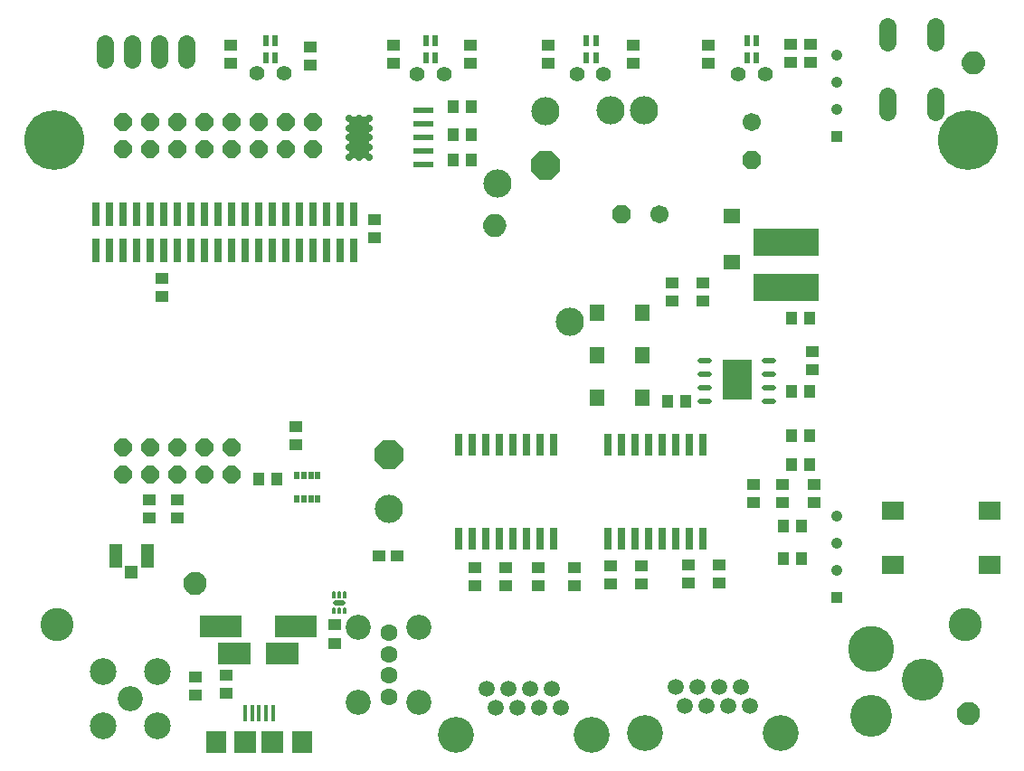
<source format=gts>
G75*
%MOIN*%
%OFA0B0*%
%FSLAX24Y24*%
%IPPOS*%
%LPD*%
%AMOC8*
5,1,8,0,0,1.08239X$1,22.5*
%
%ADD10C,0.1221*%
%ADD11C,0.2205*%
%ADD12R,0.0473X0.0434*%
%ADD13R,0.0749X0.0197*%
%ADD14R,0.0749X0.1540*%
%ADD15C,0.0280*%
%ADD16R,0.0434X0.0473*%
%ADD17R,0.0178X0.0591*%
%ADD18R,0.0749X0.0788*%
%ADD19R,0.0788X0.0788*%
%ADD20C,0.1040*%
%ADD21OC8,0.1040*%
%ADD22R,0.0296X0.0873*%
%ADD23C,0.1700*%
%ADD24C,0.1542*%
%ADD25C,0.0670*%
%ADD26OC8,0.0670*%
%ADD27R,0.0619X0.0540*%
%ADD28R,0.0540X0.0619*%
%ADD29R,0.0788X0.0709*%
%ADD30C,0.0631*%
%ADD31C,0.0926*%
%ADD32C,0.0059*%
%ADD33C,0.0197*%
%ADD34R,0.0197X0.0394*%
%ADD35C,0.0552*%
%ADD36C,0.0205*%
%ADD37R,0.1103X0.1497*%
%ADD38C,0.0512*%
%ADD39R,0.2402X0.1024*%
%ADD40C,0.0050*%
%ADD41OC8,0.0640*%
%ADD42C,0.0640*%
%ADD43R,0.1240X0.0840*%
%ADD44R,0.1540X0.0840*%
%ADD45R,0.0290X0.0790*%
%ADD46C,0.1320*%
%ADD47C,0.0595*%
%ADD48R,0.0197X0.0276*%
%ADD49C,0.0985*%
%ADD50R,0.0418X0.0418*%
%ADD51C,0.0418*%
%ADD52R,0.0453X0.0906*%
%ADD53R,0.0473X0.0473*%
D10*
X006155Y008188D03*
X039619Y008188D03*
D11*
X039718Y026062D03*
X006056Y026062D03*
D12*
X010011Y020964D03*
X010011Y020294D03*
X014950Y015482D03*
X014950Y014813D03*
X010580Y012802D03*
X010580Y012133D03*
X009560Y012133D03*
X009560Y012802D03*
X016378Y008173D03*
X016378Y007504D03*
X018019Y010726D03*
X018688Y010726D03*
X021560Y010282D03*
X021560Y009613D03*
X022700Y009613D03*
X022700Y010282D03*
X023900Y010282D03*
X023900Y009613D03*
X025220Y009613D03*
X025220Y010282D03*
X026540Y010342D03*
X026540Y009673D03*
X027680Y009673D03*
X027680Y010342D03*
X029420Y010402D03*
X029420Y009733D03*
X030560Y009733D03*
X030560Y010402D03*
X031820Y012673D03*
X031820Y013342D03*
X032900Y013342D03*
X032900Y012673D03*
X034040Y012673D03*
X034040Y013342D03*
X033980Y017593D03*
X033980Y018262D03*
X029960Y020113D03*
X029960Y020782D03*
X028820Y020782D03*
X028820Y020113D03*
X017846Y022450D03*
X017846Y023120D03*
X018560Y028873D03*
X018560Y029542D03*
X021380Y029542D03*
X021380Y028873D03*
X024260Y028873D03*
X024260Y029542D03*
X027380Y029542D03*
X027380Y028873D03*
X030140Y028873D03*
X030140Y029542D03*
X033200Y029602D03*
X033200Y028933D03*
X033920Y028933D03*
X033920Y029602D03*
X015500Y029482D03*
X015500Y028813D03*
X012560Y028873D03*
X012560Y029542D03*
X012398Y006319D03*
X012398Y005650D03*
X011240Y005593D03*
X011240Y006262D03*
D13*
X019646Y025148D03*
X019646Y025648D03*
X019646Y026148D03*
X019646Y026648D03*
X019646Y027148D03*
D14*
X017284Y026148D03*
D15*
X017284Y026148D03*
X017284Y026502D03*
X016930Y026502D03*
X016930Y026856D03*
X017284Y026856D03*
X017639Y026856D03*
X017639Y026502D03*
X017639Y026148D03*
X017639Y025793D03*
X017639Y025439D03*
X017284Y025439D03*
X016930Y025439D03*
X016930Y025793D03*
X017284Y025793D03*
X016930Y026148D03*
D16*
X020765Y026245D03*
X021435Y026245D03*
X021435Y025307D03*
X020765Y025307D03*
X020753Y027290D03*
X021422Y027290D03*
X033225Y019487D03*
X033895Y019487D03*
X033895Y016787D03*
X033225Y016787D03*
X033225Y015167D03*
X033895Y015167D03*
X033895Y014087D03*
X033225Y014087D03*
X032925Y011807D03*
X033595Y011807D03*
X033595Y010607D03*
X032925Y010607D03*
X029310Y016409D03*
X028641Y016409D03*
X014257Y013563D03*
X013588Y013563D03*
D17*
X013600Y004911D03*
X013856Y004911D03*
X014112Y004911D03*
X013344Y004911D03*
X013088Y004911D03*
D18*
X012025Y003867D03*
X015175Y003867D03*
D19*
X014100Y003867D03*
X013100Y003867D03*
D20*
X018404Y012464D03*
X025040Y019367D03*
X022400Y024467D03*
X024143Y027115D03*
X026540Y027167D03*
X027800Y027167D03*
D21*
X024143Y025115D03*
X018404Y014464D03*
D22*
X017078Y021988D03*
X016578Y021988D03*
X016078Y021988D03*
X015578Y021988D03*
X015078Y021988D03*
X014578Y021988D03*
X014078Y021988D03*
X013578Y021988D03*
X013078Y021988D03*
X012578Y021988D03*
X012078Y021988D03*
X011578Y021988D03*
X011078Y021988D03*
X010578Y021988D03*
X010078Y021988D03*
X009578Y021988D03*
X009078Y021988D03*
X008578Y021988D03*
X008078Y021988D03*
X007578Y021988D03*
X007578Y023321D03*
X008078Y023321D03*
X008578Y023321D03*
X009078Y023321D03*
X009578Y023321D03*
X010078Y023321D03*
X010578Y023321D03*
X011078Y023321D03*
X011578Y023321D03*
X012078Y023321D03*
X012578Y023321D03*
X013078Y023321D03*
X013578Y023321D03*
X014078Y023321D03*
X014578Y023321D03*
X015078Y023321D03*
X015578Y023321D03*
X016078Y023321D03*
X016578Y023321D03*
X017078Y023321D03*
D23*
X036160Y007282D03*
D24*
X038050Y006160D03*
X036160Y004821D03*
D25*
X028368Y023335D03*
X031760Y026727D03*
D26*
X031760Y025327D03*
X026968Y023335D03*
D27*
X031005Y023247D03*
X031005Y021554D03*
D28*
X027737Y019697D03*
X026045Y019697D03*
X026045Y018122D03*
X027737Y018122D03*
X027737Y016547D03*
X026045Y016547D03*
D29*
X036962Y012387D03*
X036962Y010379D03*
X040506Y010379D03*
X040506Y012387D03*
D30*
X018375Y007882D03*
X018375Y007094D03*
X018375Y006307D03*
X018375Y005520D03*
D31*
X017253Y005323D03*
X019497Y005323D03*
X019497Y008079D03*
X017253Y008079D03*
X008840Y005447D03*
D32*
X016336Y008611D02*
X016336Y008789D01*
X016396Y008789D01*
X016396Y008611D01*
X016336Y008611D01*
X016336Y008669D02*
X016396Y008669D01*
X016396Y008727D02*
X016336Y008727D01*
X016336Y008785D02*
X016396Y008785D01*
X016533Y008789D02*
X016533Y008611D01*
X016533Y008789D02*
X016593Y008789D01*
X016593Y008611D01*
X016533Y008611D01*
X016533Y008669D02*
X016593Y008669D01*
X016593Y008727D02*
X016533Y008727D01*
X016533Y008785D02*
X016593Y008785D01*
X016730Y008789D02*
X016730Y008611D01*
X016730Y008789D02*
X016790Y008789D01*
X016790Y008611D01*
X016730Y008611D01*
X016730Y008669D02*
X016790Y008669D01*
X016790Y008727D02*
X016730Y008727D01*
X016730Y008785D02*
X016790Y008785D01*
X016730Y009201D02*
X016730Y009379D01*
X016790Y009379D01*
X016790Y009201D01*
X016730Y009201D01*
X016730Y009259D02*
X016790Y009259D01*
X016790Y009317D02*
X016730Y009317D01*
X016730Y009375D02*
X016790Y009375D01*
X016533Y009379D02*
X016533Y009201D01*
X016533Y009379D02*
X016593Y009379D01*
X016593Y009201D01*
X016533Y009201D01*
X016533Y009259D02*
X016593Y009259D01*
X016593Y009317D02*
X016533Y009317D01*
X016533Y009375D02*
X016593Y009375D01*
X016336Y009379D02*
X016336Y009201D01*
X016336Y009379D02*
X016396Y009379D01*
X016396Y009201D01*
X016336Y009201D01*
X016336Y009259D02*
X016396Y009259D01*
X016396Y009317D02*
X016336Y009317D01*
X016336Y009375D02*
X016396Y009375D01*
D33*
X016425Y008995D02*
X016425Y008995D01*
X016701Y008995D01*
X016701Y008995D01*
X016425Y008995D01*
D34*
X014198Y029084D03*
X013860Y029084D03*
X013860Y029733D03*
X014198Y029733D03*
X019765Y029733D03*
X020104Y029733D03*
X020104Y029084D03*
X019765Y029084D03*
X025671Y029084D03*
X026009Y029084D03*
X026009Y029733D03*
X025671Y029733D03*
X031576Y029733D03*
X031915Y029733D03*
X031915Y029084D03*
X031576Y029084D03*
D35*
X031254Y028493D03*
X032238Y028493D03*
X026298Y028493D03*
X025314Y028493D03*
X020418Y028493D03*
X019434Y028493D03*
X014507Y028514D03*
X013523Y028514D03*
D36*
X029852Y017907D02*
X030188Y017907D01*
X029852Y017907D02*
X029852Y017907D01*
X030188Y017907D01*
X030188Y017907D01*
X030188Y017407D02*
X029852Y017407D01*
X029852Y017407D01*
X030188Y017407D01*
X030188Y017407D01*
X030188Y016907D02*
X029852Y016907D01*
X029852Y016907D01*
X030188Y016907D01*
X030188Y016907D01*
X030188Y016407D02*
X029852Y016407D01*
X029852Y016407D01*
X030188Y016407D01*
X030188Y016407D01*
X032214Y016407D02*
X032550Y016407D01*
X032214Y016407D02*
X032214Y016407D01*
X032550Y016407D01*
X032550Y016407D01*
X032550Y016907D02*
X032214Y016907D01*
X032214Y016907D01*
X032550Y016907D01*
X032550Y016907D01*
X032550Y017407D02*
X032214Y017407D01*
X032214Y017407D01*
X032550Y017407D01*
X032550Y017407D01*
X032550Y017907D02*
X032214Y017907D01*
X032214Y017907D01*
X032550Y017907D01*
X032550Y017907D01*
D37*
X031220Y017207D03*
D38*
X031220Y017207D03*
D39*
X033029Y020611D03*
X033029Y022304D03*
D40*
X039618Y028654D02*
X039667Y028606D01*
X039723Y028566D01*
X039785Y028537D01*
X039852Y028520D01*
X039920Y028514D01*
X039988Y028520D01*
X040055Y028537D01*
X040117Y028566D01*
X040173Y028606D01*
X040222Y028654D01*
X040261Y028711D01*
X040290Y028773D01*
X040308Y028839D01*
X040314Y028907D01*
X040308Y028976D01*
X040290Y029042D01*
X040261Y029104D01*
X040222Y029160D01*
X040173Y029209D01*
X040117Y029248D01*
X040055Y029277D01*
X039988Y029295D01*
X039920Y029301D01*
X039852Y029295D01*
X039785Y029277D01*
X039723Y029248D01*
X039667Y029209D01*
X039618Y029160D01*
X039579Y029104D01*
X039550Y029042D01*
X039532Y028976D01*
X039526Y028907D01*
X039532Y028839D01*
X039550Y028773D01*
X039579Y028711D01*
X039618Y028654D01*
X039631Y028642D02*
X040209Y028642D01*
X040247Y028690D02*
X039593Y028690D01*
X039566Y028739D02*
X040274Y028739D01*
X040294Y028787D02*
X039546Y028787D01*
X039533Y028836D02*
X040307Y028836D01*
X040312Y028884D02*
X039528Y028884D01*
X039528Y028933D02*
X040312Y028933D01*
X040306Y028981D02*
X039534Y028981D01*
X039547Y029030D02*
X040293Y029030D01*
X040273Y029078D02*
X039567Y029078D01*
X039595Y029127D02*
X040245Y029127D01*
X040207Y029175D02*
X039633Y029175D01*
X039688Y029224D02*
X040152Y029224D01*
X040066Y029272D02*
X039774Y029272D01*
X039685Y028593D02*
X040155Y028593D01*
X040070Y028545D02*
X039770Y028545D01*
X022650Y023042D02*
X022621Y023104D01*
X022582Y023160D01*
X022533Y023209D01*
X022477Y023248D01*
X022415Y023277D01*
X022348Y023295D01*
X022280Y023301D01*
X022212Y023295D01*
X022145Y023277D01*
X022083Y023248D01*
X022027Y023209D01*
X021978Y023160D01*
X021939Y023104D01*
X021910Y023042D01*
X021892Y022976D01*
X021886Y022907D01*
X021892Y022839D01*
X021910Y022773D01*
X022650Y022773D01*
X022668Y022839D01*
X022674Y022907D01*
X022668Y022976D01*
X022650Y023042D01*
X022640Y023064D02*
X021920Y023064D01*
X021903Y023016D02*
X022657Y023016D01*
X022668Y022967D02*
X021892Y022967D01*
X021887Y022919D02*
X022673Y022919D01*
X022670Y022870D02*
X021890Y022870D01*
X021897Y022822D02*
X022663Y022822D01*
X022650Y022773D02*
X022621Y022711D01*
X022582Y022654D01*
X022533Y022606D01*
X022477Y022566D01*
X022415Y022537D01*
X022348Y022520D01*
X022280Y022514D01*
X022212Y022520D01*
X022145Y022537D01*
X022083Y022566D01*
X022027Y022606D01*
X021978Y022654D01*
X021939Y022711D01*
X021910Y022773D01*
X021933Y022725D02*
X022627Y022725D01*
X022597Y022676D02*
X021963Y022676D01*
X022005Y022628D02*
X022555Y022628D01*
X022495Y022579D02*
X022065Y022579D01*
X022171Y022530D02*
X022389Y022530D01*
X022615Y023113D02*
X021945Y023113D01*
X021979Y023161D02*
X022581Y023161D01*
X022532Y023210D02*
X022028Y023210D01*
X022104Y023258D02*
X022456Y023258D01*
X011493Y010009D02*
X011437Y010048D01*
X011375Y010077D01*
X011308Y010095D01*
X011240Y010101D01*
X011172Y010095D01*
X011105Y010077D01*
X011043Y010048D01*
X010987Y010009D01*
X010938Y009960D01*
X010899Y009904D01*
X010870Y009842D01*
X010852Y009776D01*
X010846Y009707D01*
X010852Y009639D01*
X010870Y009573D01*
X010899Y009511D01*
X010938Y009454D01*
X010987Y009406D01*
X011043Y009366D01*
X011105Y009337D01*
X011172Y009320D01*
X011240Y009314D01*
X011308Y009320D01*
X011375Y009337D01*
X011437Y009366D01*
X011493Y009406D01*
X011542Y009454D01*
X011581Y009511D01*
X011610Y009573D01*
X011628Y009639D01*
X011634Y009707D01*
X011628Y009776D01*
X011610Y009842D01*
X011581Y009904D01*
X011542Y009960D01*
X011493Y010009D01*
X011481Y010017D02*
X010999Y010017D01*
X010947Y009969D02*
X011533Y009969D01*
X011570Y009920D02*
X010910Y009920D01*
X010884Y009872D02*
X011596Y009872D01*
X011615Y009823D02*
X010865Y009823D01*
X010852Y009775D02*
X011628Y009775D01*
X011632Y009726D02*
X010848Y009726D01*
X010849Y009678D02*
X011631Y009678D01*
X011625Y009629D02*
X010855Y009629D01*
X010868Y009581D02*
X011612Y009581D01*
X011591Y009532D02*
X010889Y009532D01*
X010918Y009484D02*
X011562Y009484D01*
X011523Y009435D02*
X010957Y009435D01*
X011014Y009387D02*
X011466Y009387D01*
X011377Y009338D02*
X011103Y009338D01*
X011081Y010066D02*
X011399Y010066D01*
X039352Y004976D02*
X039346Y004907D01*
X039352Y004839D01*
X039370Y004773D01*
X039399Y004711D01*
X039438Y004654D01*
X039487Y004606D01*
X039543Y004566D01*
X039605Y004537D01*
X039672Y004520D01*
X039740Y004514D01*
X039808Y004520D01*
X039875Y004537D01*
X039937Y004566D01*
X039993Y004606D01*
X040042Y004654D01*
X040081Y004711D01*
X040110Y004773D01*
X040128Y004839D01*
X040134Y004907D01*
X040128Y004976D01*
X040110Y005042D01*
X040081Y005104D01*
X040042Y005160D01*
X039993Y005209D01*
X039937Y005248D01*
X039875Y005277D01*
X039808Y005295D01*
X039740Y005301D01*
X039672Y005295D01*
X039605Y005277D01*
X039543Y005248D01*
X039487Y005209D01*
X039438Y005160D01*
X039399Y005104D01*
X039370Y005042D01*
X039352Y004976D01*
X039352Y004973D02*
X040128Y004973D01*
X040132Y004925D02*
X039348Y004925D01*
X039349Y004876D02*
X040131Y004876D01*
X040125Y004828D02*
X039355Y004828D01*
X039368Y004779D02*
X040112Y004779D01*
X040090Y004731D02*
X039390Y004731D01*
X039419Y004682D02*
X040061Y004682D01*
X040021Y004634D02*
X039459Y004634D01*
X039516Y004585D02*
X039964Y004585D01*
X039873Y004537D02*
X039607Y004537D01*
X039365Y005022D02*
X040115Y005022D01*
X040097Y005070D02*
X039383Y005070D01*
X039409Y005119D02*
X040071Y005119D01*
X040035Y005167D02*
X039445Y005167D01*
X039497Y005216D02*
X039983Y005216D01*
X039902Y005264D02*
X039578Y005264D01*
D41*
X012580Y013727D03*
X011580Y013727D03*
X010580Y013727D03*
X009580Y013727D03*
X008580Y013727D03*
X008580Y014727D03*
X009580Y014727D03*
X010580Y014727D03*
X011580Y014727D03*
X012580Y014727D03*
X012580Y025727D03*
X011580Y025727D03*
X010580Y025727D03*
X009580Y025727D03*
X008580Y025727D03*
X008580Y026727D03*
X009580Y026727D03*
X010580Y026727D03*
X011580Y026727D03*
X012580Y026727D03*
X013580Y026727D03*
X014580Y026727D03*
X015580Y026727D03*
X015580Y025727D03*
X014580Y025727D03*
X013580Y025727D03*
D42*
X010920Y029007D02*
X010920Y029607D01*
X009920Y029607D02*
X009920Y029007D01*
X008920Y029007D02*
X008920Y029607D01*
X007920Y029607D02*
X007920Y029007D01*
X036750Y029647D02*
X036750Y030247D01*
X038530Y030247D02*
X038530Y029647D01*
X038530Y027687D02*
X038530Y027087D01*
X036750Y027087D02*
X036750Y027687D01*
D43*
X014466Y007127D03*
X012694Y007127D03*
D44*
X012200Y008117D03*
X014960Y008117D03*
D45*
X020940Y011367D03*
X021440Y011367D03*
X021940Y011367D03*
X022440Y011367D03*
X022940Y011367D03*
X023440Y011367D03*
X023940Y011367D03*
X024440Y011367D03*
X026460Y011367D03*
X026960Y011367D03*
X027460Y011367D03*
X027960Y011367D03*
X028460Y011367D03*
X028960Y011367D03*
X029460Y011367D03*
X029960Y011367D03*
X029960Y014817D03*
X029460Y014817D03*
X028960Y014817D03*
X028460Y014817D03*
X027960Y014817D03*
X027460Y014817D03*
X026960Y014817D03*
X026460Y014817D03*
X024440Y014817D03*
X023940Y014817D03*
X023440Y014817D03*
X022940Y014817D03*
X022440Y014817D03*
X021940Y014817D03*
X021440Y014817D03*
X020940Y014817D03*
D46*
X020860Y004127D03*
X025860Y004127D03*
X027820Y004187D03*
X032820Y004187D03*
D47*
X031682Y005187D03*
X030883Y005187D03*
X030084Y005187D03*
X029285Y005187D03*
X028942Y005888D03*
X029741Y005888D03*
X030540Y005888D03*
X031340Y005888D03*
X024722Y005127D03*
X024380Y005828D03*
X023580Y005828D03*
X023923Y005127D03*
X023124Y005127D03*
X022781Y005828D03*
X021982Y005828D03*
X022325Y005127D03*
D48*
X015764Y012834D03*
X015508Y012834D03*
X015252Y012834D03*
X014996Y012834D03*
X014996Y013700D03*
X015252Y013700D03*
X015508Y013700D03*
X015764Y013700D03*
D49*
X007840Y004447D03*
X009840Y004447D03*
X009840Y006447D03*
X007840Y006447D03*
D50*
X034902Y009176D03*
X034902Y026176D03*
D51*
X034902Y027176D03*
X034902Y028176D03*
X034902Y029176D03*
X034902Y012176D03*
X034902Y011176D03*
X034902Y010176D03*
D52*
X009481Y010707D03*
X008319Y010707D03*
D53*
X008900Y010107D03*
M02*

</source>
